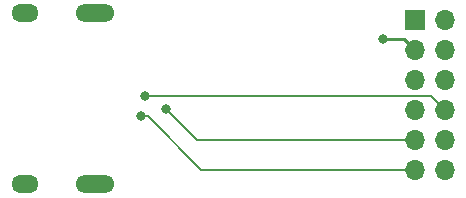
<source format=gbr>
%TF.GenerationSoftware,KiCad,Pcbnew,7.0.10*%
%TF.CreationDate,2024-01-20T12:44:41+00:00*%
%TF.ProjectId,arty_hdmi_pmod,61727479-5f68-4646-9d69-5f706d6f642e,rev?*%
%TF.SameCoordinates,Original*%
%TF.FileFunction,Copper,L2,Bot*%
%TF.FilePolarity,Positive*%
%FSLAX46Y46*%
G04 Gerber Fmt 4.6, Leading zero omitted, Abs format (unit mm)*
G04 Created by KiCad (PCBNEW 7.0.10) date 2024-01-20 12:44:41*
%MOMM*%
%LPD*%
G01*
G04 APERTURE LIST*
%TA.AperFunction,ComponentPad*%
%ADD10O,3.300000X1.500000*%
%TD*%
%TA.AperFunction,ComponentPad*%
%ADD11O,2.300000X1.500000*%
%TD*%
%TA.AperFunction,ComponentPad*%
%ADD12R,1.700000X1.700000*%
%TD*%
%TA.AperFunction,ComponentPad*%
%ADD13O,1.700000X1.700000*%
%TD*%
%TA.AperFunction,ViaPad*%
%ADD14C,0.800000*%
%TD*%
%TA.AperFunction,Conductor*%
%ADD15C,0.250000*%
%TD*%
%TA.AperFunction,Conductor*%
%ADD16C,0.200000*%
%TD*%
G04 APERTURE END LIST*
D10*
%TO.P,J1,SH,SH*%
%TO.N,GND*%
X87240000Y-62990000D03*
X87240000Y-48490000D03*
D11*
X81280000Y-62990000D03*
X81280000Y-48490000D03*
%TD*%
D12*
%TO.P,J2,1,Pin_1*%
%TO.N,3V3*%
X114300000Y-49040000D03*
D13*
%TO.P,J2,2,Pin_2*%
X116840000Y-49040000D03*
%TO.P,J2,3,Pin_3*%
%TO.N,GND*%
X114300000Y-51580000D03*
%TO.P,J2,4,Pin_4*%
X116840000Y-51580000D03*
%TO.P,J2,5,Pin_5*%
%TO.N,CH1_N*%
X114300000Y-54120000D03*
%TO.P,J2,6,Pin_6*%
%TO.N,CLK_N*%
X116840000Y-54120000D03*
%TO.P,J2,7,Pin_7*%
%TO.N,CH1_P*%
X114300000Y-56660000D03*
%TO.P,J2,8,Pin_8*%
%TO.N,CLK_P*%
X116840000Y-56660000D03*
%TO.P,J2,9,Pin_9*%
%TO.N,CH0_N*%
X114300000Y-59200000D03*
%TO.P,J2,10,Pin_10*%
%TO.N,CH2_N*%
X116840000Y-59200000D03*
%TO.P,J2,11,Pin_11*%
%TO.N,CH0_P*%
X114300000Y-61740000D03*
%TO.P,J2,12,Pin_12*%
%TO.N,CH2_P*%
X116840000Y-61740000D03*
%TD*%
D14*
%TO.N,GND*%
X111637347Y-50677347D03*
%TO.N,CH0_P*%
X91140000Y-57240000D03*
%TO.N,CH0_N*%
X93272891Y-56587109D03*
%TO.N,CLK_P*%
X91440000Y-55540000D03*
%TD*%
D15*
%TO.N,GND*%
X111637347Y-50677347D02*
X113397347Y-50677347D01*
X113397347Y-50677347D02*
X114300000Y-51580000D01*
D16*
%TO.N,CH0_P*%
X96240000Y-61740000D02*
X114300000Y-61740000D01*
X91740000Y-57240000D02*
X96240000Y-61740000D01*
X91140000Y-57240000D02*
X91740000Y-57240000D01*
%TO.N,CH0_N*%
X95885782Y-59200000D02*
X114300000Y-59200000D01*
X93272891Y-56587109D02*
X95885782Y-59200000D01*
%TO.N,CLK_P*%
X91470000Y-55510000D02*
X115690000Y-55510000D01*
X115690000Y-55510000D02*
X116840000Y-56660000D01*
X91440000Y-55540000D02*
X91470000Y-55510000D01*
%TD*%
M02*

</source>
